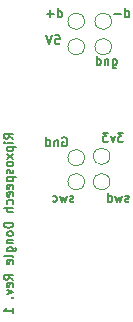
<source format=gbr>
%TF.GenerationSoftware,KiCad,Pcbnew,7.0.9*%
%TF.CreationDate,2024-01-15T07:30:31+01:00*%
%TF.ProjectId,usb_dongle_hw,7573625f-646f-46e6-976c-655f68772e6b,rev?*%
%TF.SameCoordinates,Original*%
%TF.FileFunction,Legend,Bot*%
%TF.FilePolarity,Positive*%
%FSLAX46Y46*%
G04 Gerber Fmt 4.6, Leading zero omitted, Abs format (unit mm)*
G04 Created by KiCad (PCBNEW 7.0.9) date 2024-01-15 07:30:31*
%MOMM*%
%LPD*%
G01*
G04 APERTURE LIST*
%ADD10C,0.150000*%
%ADD11C,0.120000*%
%ADD12O,0.800000X2.300000*%
%ADD13C,1.000000*%
G04 APERTURE END LIST*
D10*
X81836173Y-111291414D02*
X81371887Y-111291414D01*
X81371887Y-111291414D02*
X81621887Y-111577128D01*
X81621887Y-111577128D02*
X81514744Y-111577128D01*
X81514744Y-111577128D02*
X81443316Y-111612842D01*
X81443316Y-111612842D02*
X81407601Y-111648557D01*
X81407601Y-111648557D02*
X81371887Y-111719985D01*
X81371887Y-111719985D02*
X81371887Y-111898557D01*
X81371887Y-111898557D02*
X81407601Y-111969985D01*
X81407601Y-111969985D02*
X81443316Y-112005700D01*
X81443316Y-112005700D02*
X81514744Y-112041414D01*
X81514744Y-112041414D02*
X81729030Y-112041414D01*
X81729030Y-112041414D02*
X81800458Y-112005700D01*
X81800458Y-112005700D02*
X81836173Y-111969985D01*
X81121887Y-111541414D02*
X80943315Y-112041414D01*
X80943315Y-112041414D02*
X80764744Y-111541414D01*
X80550458Y-111291414D02*
X80086172Y-111291414D01*
X80086172Y-111291414D02*
X80336172Y-111577128D01*
X80336172Y-111577128D02*
X80229029Y-111577128D01*
X80229029Y-111577128D02*
X80157601Y-111612842D01*
X80157601Y-111612842D02*
X80121886Y-111648557D01*
X80121886Y-111648557D02*
X80086172Y-111719985D01*
X80086172Y-111719985D02*
X80086172Y-111898557D01*
X80086172Y-111898557D02*
X80121886Y-111969985D01*
X80121886Y-111969985D02*
X80157601Y-112005700D01*
X80157601Y-112005700D02*
X80229029Y-112041414D01*
X80229029Y-112041414D02*
X80443315Y-112041414D01*
X80443315Y-112041414D02*
X80514743Y-112005700D01*
X80514743Y-112005700D02*
X80550458Y-111969985D01*
X76073601Y-103036414D02*
X76430744Y-103036414D01*
X76430744Y-103036414D02*
X76466458Y-103393557D01*
X76466458Y-103393557D02*
X76430744Y-103357842D01*
X76430744Y-103357842D02*
X76359316Y-103322128D01*
X76359316Y-103322128D02*
X76180744Y-103322128D01*
X76180744Y-103322128D02*
X76109316Y-103357842D01*
X76109316Y-103357842D02*
X76073601Y-103393557D01*
X76073601Y-103393557D02*
X76037887Y-103464985D01*
X76037887Y-103464985D02*
X76037887Y-103643557D01*
X76037887Y-103643557D02*
X76073601Y-103714985D01*
X76073601Y-103714985D02*
X76109316Y-103750700D01*
X76109316Y-103750700D02*
X76180744Y-103786414D01*
X76180744Y-103786414D02*
X76359316Y-103786414D01*
X76359316Y-103786414D02*
X76430744Y-103750700D01*
X76430744Y-103750700D02*
X76466458Y-103714985D01*
X75823601Y-103036414D02*
X75573601Y-103786414D01*
X75573601Y-103786414D02*
X75323601Y-103036414D01*
X76312516Y-101500414D02*
X76312516Y-100750414D01*
X76312516Y-101464700D02*
X76383944Y-101500414D01*
X76383944Y-101500414D02*
X76526801Y-101500414D01*
X76526801Y-101500414D02*
X76598230Y-101464700D01*
X76598230Y-101464700D02*
X76633944Y-101428985D01*
X76633944Y-101428985D02*
X76669658Y-101357557D01*
X76669658Y-101357557D02*
X76669658Y-101143271D01*
X76669658Y-101143271D02*
X76633944Y-101071842D01*
X76633944Y-101071842D02*
X76598230Y-101036128D01*
X76598230Y-101036128D02*
X76526801Y-101000414D01*
X76526801Y-101000414D02*
X76383944Y-101000414D01*
X76383944Y-101000414D02*
X76312516Y-101036128D01*
X75955373Y-101214700D02*
X75383945Y-101214700D01*
X75669659Y-101500414D02*
X75669659Y-100928985D01*
X82002116Y-101500414D02*
X82002116Y-100750414D01*
X82002116Y-101464700D02*
X82073544Y-101500414D01*
X82073544Y-101500414D02*
X82216401Y-101500414D01*
X82216401Y-101500414D02*
X82287830Y-101464700D01*
X82287830Y-101464700D02*
X82323544Y-101428985D01*
X82323544Y-101428985D02*
X82359258Y-101357557D01*
X82359258Y-101357557D02*
X82359258Y-101143271D01*
X82359258Y-101143271D02*
X82323544Y-101071842D01*
X82323544Y-101071842D02*
X82287830Y-101036128D01*
X82287830Y-101036128D02*
X82216401Y-101000414D01*
X82216401Y-101000414D02*
X82073544Y-101000414D01*
X82073544Y-101000414D02*
X82002116Y-101036128D01*
X81644973Y-101214700D02*
X81073545Y-101214700D01*
X72493614Y-111805426D02*
X72136471Y-111555426D01*
X72493614Y-111376855D02*
X71743614Y-111376855D01*
X71743614Y-111376855D02*
X71743614Y-111662569D01*
X71743614Y-111662569D02*
X71779328Y-111733998D01*
X71779328Y-111733998D02*
X71815042Y-111769712D01*
X71815042Y-111769712D02*
X71886471Y-111805426D01*
X71886471Y-111805426D02*
X71993614Y-111805426D01*
X71993614Y-111805426D02*
X72065042Y-111769712D01*
X72065042Y-111769712D02*
X72100757Y-111733998D01*
X72100757Y-111733998D02*
X72136471Y-111662569D01*
X72136471Y-111662569D02*
X72136471Y-111376855D01*
X72493614Y-112126855D02*
X71993614Y-112126855D01*
X71743614Y-112126855D02*
X71779328Y-112091141D01*
X71779328Y-112091141D02*
X71815042Y-112126855D01*
X71815042Y-112126855D02*
X71779328Y-112162569D01*
X71779328Y-112162569D02*
X71743614Y-112126855D01*
X71743614Y-112126855D02*
X71815042Y-112126855D01*
X71993614Y-112483998D02*
X72743614Y-112483998D01*
X72029328Y-112483998D02*
X71993614Y-112555427D01*
X71993614Y-112555427D02*
X71993614Y-112698284D01*
X71993614Y-112698284D02*
X72029328Y-112769712D01*
X72029328Y-112769712D02*
X72065042Y-112805427D01*
X72065042Y-112805427D02*
X72136471Y-112841141D01*
X72136471Y-112841141D02*
X72350757Y-112841141D01*
X72350757Y-112841141D02*
X72422185Y-112805427D01*
X72422185Y-112805427D02*
X72457900Y-112769712D01*
X72457900Y-112769712D02*
X72493614Y-112698284D01*
X72493614Y-112698284D02*
X72493614Y-112555427D01*
X72493614Y-112555427D02*
X72457900Y-112483998D01*
X72493614Y-113091140D02*
X71993614Y-113483998D01*
X71993614Y-113091140D02*
X72493614Y-113483998D01*
X72493614Y-113876855D02*
X72457900Y-113805426D01*
X72457900Y-113805426D02*
X72422185Y-113769712D01*
X72422185Y-113769712D02*
X72350757Y-113733998D01*
X72350757Y-113733998D02*
X72136471Y-113733998D01*
X72136471Y-113733998D02*
X72065042Y-113769712D01*
X72065042Y-113769712D02*
X72029328Y-113805426D01*
X72029328Y-113805426D02*
X71993614Y-113876855D01*
X71993614Y-113876855D02*
X71993614Y-113983998D01*
X71993614Y-113983998D02*
X72029328Y-114055426D01*
X72029328Y-114055426D02*
X72065042Y-114091141D01*
X72065042Y-114091141D02*
X72136471Y-114126855D01*
X72136471Y-114126855D02*
X72350757Y-114126855D01*
X72350757Y-114126855D02*
X72422185Y-114091141D01*
X72422185Y-114091141D02*
X72457900Y-114055426D01*
X72457900Y-114055426D02*
X72493614Y-113983998D01*
X72493614Y-113983998D02*
X72493614Y-113876855D01*
X72457900Y-114412569D02*
X72493614Y-114483997D01*
X72493614Y-114483997D02*
X72493614Y-114626854D01*
X72493614Y-114626854D02*
X72457900Y-114698283D01*
X72457900Y-114698283D02*
X72386471Y-114733997D01*
X72386471Y-114733997D02*
X72350757Y-114733997D01*
X72350757Y-114733997D02*
X72279328Y-114698283D01*
X72279328Y-114698283D02*
X72243614Y-114626854D01*
X72243614Y-114626854D02*
X72243614Y-114519712D01*
X72243614Y-114519712D02*
X72207900Y-114448283D01*
X72207900Y-114448283D02*
X72136471Y-114412569D01*
X72136471Y-114412569D02*
X72100757Y-114412569D01*
X72100757Y-114412569D02*
X72029328Y-114448283D01*
X72029328Y-114448283D02*
X71993614Y-114519712D01*
X71993614Y-114519712D02*
X71993614Y-114626854D01*
X71993614Y-114626854D02*
X72029328Y-114698283D01*
X71993614Y-115055426D02*
X72743614Y-115055426D01*
X72029328Y-115055426D02*
X71993614Y-115126855D01*
X71993614Y-115126855D02*
X71993614Y-115269712D01*
X71993614Y-115269712D02*
X72029328Y-115341140D01*
X72029328Y-115341140D02*
X72065042Y-115376855D01*
X72065042Y-115376855D02*
X72136471Y-115412569D01*
X72136471Y-115412569D02*
X72350757Y-115412569D01*
X72350757Y-115412569D02*
X72422185Y-115376855D01*
X72422185Y-115376855D02*
X72457900Y-115341140D01*
X72457900Y-115341140D02*
X72493614Y-115269712D01*
X72493614Y-115269712D02*
X72493614Y-115126855D01*
X72493614Y-115126855D02*
X72457900Y-115055426D01*
X72457900Y-116019711D02*
X72493614Y-115948283D01*
X72493614Y-115948283D02*
X72493614Y-115805426D01*
X72493614Y-115805426D02*
X72457900Y-115733997D01*
X72457900Y-115733997D02*
X72386471Y-115698283D01*
X72386471Y-115698283D02*
X72100757Y-115698283D01*
X72100757Y-115698283D02*
X72029328Y-115733997D01*
X72029328Y-115733997D02*
X71993614Y-115805426D01*
X71993614Y-115805426D02*
X71993614Y-115948283D01*
X71993614Y-115948283D02*
X72029328Y-116019711D01*
X72029328Y-116019711D02*
X72100757Y-116055426D01*
X72100757Y-116055426D02*
X72172185Y-116055426D01*
X72172185Y-116055426D02*
X72243614Y-115698283D01*
X72457900Y-116662568D02*
X72493614Y-116591140D01*
X72493614Y-116591140D02*
X72493614Y-116448283D01*
X72493614Y-116448283D02*
X72457900Y-116376854D01*
X72457900Y-116376854D02*
X72386471Y-116341140D01*
X72386471Y-116341140D02*
X72100757Y-116341140D01*
X72100757Y-116341140D02*
X72029328Y-116376854D01*
X72029328Y-116376854D02*
X71993614Y-116448283D01*
X71993614Y-116448283D02*
X71993614Y-116591140D01*
X71993614Y-116591140D02*
X72029328Y-116662568D01*
X72029328Y-116662568D02*
X72100757Y-116698283D01*
X72100757Y-116698283D02*
X72172185Y-116698283D01*
X72172185Y-116698283D02*
X72243614Y-116341140D01*
X72457900Y-117341140D02*
X72493614Y-117269711D01*
X72493614Y-117269711D02*
X72493614Y-117126854D01*
X72493614Y-117126854D02*
X72457900Y-117055425D01*
X72457900Y-117055425D02*
X72422185Y-117019711D01*
X72422185Y-117019711D02*
X72350757Y-116983997D01*
X72350757Y-116983997D02*
X72136471Y-116983997D01*
X72136471Y-116983997D02*
X72065042Y-117019711D01*
X72065042Y-117019711D02*
X72029328Y-117055425D01*
X72029328Y-117055425D02*
X71993614Y-117126854D01*
X71993614Y-117126854D02*
X71993614Y-117269711D01*
X71993614Y-117269711D02*
X72029328Y-117341140D01*
X72493614Y-117662568D02*
X71743614Y-117662568D01*
X72493614Y-117983997D02*
X72100757Y-117983997D01*
X72100757Y-117983997D02*
X72029328Y-117948282D01*
X72029328Y-117948282D02*
X71993614Y-117876854D01*
X71993614Y-117876854D02*
X71993614Y-117769711D01*
X71993614Y-117769711D02*
X72029328Y-117698282D01*
X72029328Y-117698282D02*
X72065042Y-117662568D01*
X72493614Y-118912568D02*
X71743614Y-118912568D01*
X71743614Y-118912568D02*
X71743614Y-119091139D01*
X71743614Y-119091139D02*
X71779328Y-119198282D01*
X71779328Y-119198282D02*
X71850757Y-119269711D01*
X71850757Y-119269711D02*
X71922185Y-119305425D01*
X71922185Y-119305425D02*
X72065042Y-119341139D01*
X72065042Y-119341139D02*
X72172185Y-119341139D01*
X72172185Y-119341139D02*
X72315042Y-119305425D01*
X72315042Y-119305425D02*
X72386471Y-119269711D01*
X72386471Y-119269711D02*
X72457900Y-119198282D01*
X72457900Y-119198282D02*
X72493614Y-119091139D01*
X72493614Y-119091139D02*
X72493614Y-118912568D01*
X72493614Y-119769711D02*
X72457900Y-119698282D01*
X72457900Y-119698282D02*
X72422185Y-119662568D01*
X72422185Y-119662568D02*
X72350757Y-119626854D01*
X72350757Y-119626854D02*
X72136471Y-119626854D01*
X72136471Y-119626854D02*
X72065042Y-119662568D01*
X72065042Y-119662568D02*
X72029328Y-119698282D01*
X72029328Y-119698282D02*
X71993614Y-119769711D01*
X71993614Y-119769711D02*
X71993614Y-119876854D01*
X71993614Y-119876854D02*
X72029328Y-119948282D01*
X72029328Y-119948282D02*
X72065042Y-119983997D01*
X72065042Y-119983997D02*
X72136471Y-120019711D01*
X72136471Y-120019711D02*
X72350757Y-120019711D01*
X72350757Y-120019711D02*
X72422185Y-119983997D01*
X72422185Y-119983997D02*
X72457900Y-119948282D01*
X72457900Y-119948282D02*
X72493614Y-119876854D01*
X72493614Y-119876854D02*
X72493614Y-119769711D01*
X71993614Y-120341139D02*
X72493614Y-120341139D01*
X72065042Y-120341139D02*
X72029328Y-120376853D01*
X72029328Y-120376853D02*
X71993614Y-120448282D01*
X71993614Y-120448282D02*
X71993614Y-120555425D01*
X71993614Y-120555425D02*
X72029328Y-120626853D01*
X72029328Y-120626853D02*
X72100757Y-120662568D01*
X72100757Y-120662568D02*
X72493614Y-120662568D01*
X71993614Y-121341139D02*
X72600757Y-121341139D01*
X72600757Y-121341139D02*
X72672185Y-121305424D01*
X72672185Y-121305424D02*
X72707900Y-121269710D01*
X72707900Y-121269710D02*
X72743614Y-121198281D01*
X72743614Y-121198281D02*
X72743614Y-121091139D01*
X72743614Y-121091139D02*
X72707900Y-121019710D01*
X72457900Y-121341139D02*
X72493614Y-121269710D01*
X72493614Y-121269710D02*
X72493614Y-121126853D01*
X72493614Y-121126853D02*
X72457900Y-121055424D01*
X72457900Y-121055424D02*
X72422185Y-121019710D01*
X72422185Y-121019710D02*
X72350757Y-120983996D01*
X72350757Y-120983996D02*
X72136471Y-120983996D01*
X72136471Y-120983996D02*
X72065042Y-121019710D01*
X72065042Y-121019710D02*
X72029328Y-121055424D01*
X72029328Y-121055424D02*
X71993614Y-121126853D01*
X71993614Y-121126853D02*
X71993614Y-121269710D01*
X71993614Y-121269710D02*
X72029328Y-121341139D01*
X72493614Y-121805424D02*
X72457900Y-121733995D01*
X72457900Y-121733995D02*
X72386471Y-121698281D01*
X72386471Y-121698281D02*
X71743614Y-121698281D01*
X72457900Y-122376852D02*
X72493614Y-122305424D01*
X72493614Y-122305424D02*
X72493614Y-122162567D01*
X72493614Y-122162567D02*
X72457900Y-122091138D01*
X72457900Y-122091138D02*
X72386471Y-122055424D01*
X72386471Y-122055424D02*
X72100757Y-122055424D01*
X72100757Y-122055424D02*
X72029328Y-122091138D01*
X72029328Y-122091138D02*
X71993614Y-122162567D01*
X71993614Y-122162567D02*
X71993614Y-122305424D01*
X71993614Y-122305424D02*
X72029328Y-122376852D01*
X72029328Y-122376852D02*
X72100757Y-122412567D01*
X72100757Y-122412567D02*
X72172185Y-122412567D01*
X72172185Y-122412567D02*
X72243614Y-122055424D01*
X72493614Y-123733995D02*
X72136471Y-123483995D01*
X72493614Y-123305424D02*
X71743614Y-123305424D01*
X71743614Y-123305424D02*
X71743614Y-123591138D01*
X71743614Y-123591138D02*
X71779328Y-123662567D01*
X71779328Y-123662567D02*
X71815042Y-123698281D01*
X71815042Y-123698281D02*
X71886471Y-123733995D01*
X71886471Y-123733995D02*
X71993614Y-123733995D01*
X71993614Y-123733995D02*
X72065042Y-123698281D01*
X72065042Y-123698281D02*
X72100757Y-123662567D01*
X72100757Y-123662567D02*
X72136471Y-123591138D01*
X72136471Y-123591138D02*
X72136471Y-123305424D01*
X72457900Y-124341138D02*
X72493614Y-124269710D01*
X72493614Y-124269710D02*
X72493614Y-124126853D01*
X72493614Y-124126853D02*
X72457900Y-124055424D01*
X72457900Y-124055424D02*
X72386471Y-124019710D01*
X72386471Y-124019710D02*
X72100757Y-124019710D01*
X72100757Y-124019710D02*
X72029328Y-124055424D01*
X72029328Y-124055424D02*
X71993614Y-124126853D01*
X71993614Y-124126853D02*
X71993614Y-124269710D01*
X71993614Y-124269710D02*
X72029328Y-124341138D01*
X72029328Y-124341138D02*
X72100757Y-124376853D01*
X72100757Y-124376853D02*
X72172185Y-124376853D01*
X72172185Y-124376853D02*
X72243614Y-124019710D01*
X71993614Y-124626852D02*
X72493614Y-124805424D01*
X72493614Y-124805424D02*
X71993614Y-124983995D01*
X72422185Y-125269710D02*
X72457900Y-125305424D01*
X72457900Y-125305424D02*
X72493614Y-125269710D01*
X72493614Y-125269710D02*
X72457900Y-125233996D01*
X72457900Y-125233996D02*
X72422185Y-125269710D01*
X72422185Y-125269710D02*
X72493614Y-125269710D01*
X72493614Y-126591139D02*
X72493614Y-126162568D01*
X72493614Y-126376853D02*
X71743614Y-126376853D01*
X71743614Y-126376853D02*
X71850757Y-126305425D01*
X71850757Y-126305425D02*
X71922185Y-126233996D01*
X71922185Y-126233996D02*
X71957900Y-126162568D01*
X76672887Y-111708128D02*
X76744316Y-111672414D01*
X76744316Y-111672414D02*
X76851458Y-111672414D01*
X76851458Y-111672414D02*
X76958601Y-111708128D01*
X76958601Y-111708128D02*
X77030030Y-111779557D01*
X77030030Y-111779557D02*
X77065744Y-111850985D01*
X77065744Y-111850985D02*
X77101458Y-111993842D01*
X77101458Y-111993842D02*
X77101458Y-112100985D01*
X77101458Y-112100985D02*
X77065744Y-112243842D01*
X77065744Y-112243842D02*
X77030030Y-112315271D01*
X77030030Y-112315271D02*
X76958601Y-112386700D01*
X76958601Y-112386700D02*
X76851458Y-112422414D01*
X76851458Y-112422414D02*
X76780030Y-112422414D01*
X76780030Y-112422414D02*
X76672887Y-112386700D01*
X76672887Y-112386700D02*
X76637173Y-112350985D01*
X76637173Y-112350985D02*
X76637173Y-112100985D01*
X76637173Y-112100985D02*
X76780030Y-112100985D01*
X76315744Y-111922414D02*
X76315744Y-112422414D01*
X76315744Y-111993842D02*
X76280030Y-111958128D01*
X76280030Y-111958128D02*
X76208601Y-111922414D01*
X76208601Y-111922414D02*
X76101458Y-111922414D01*
X76101458Y-111922414D02*
X76030030Y-111958128D01*
X76030030Y-111958128D02*
X75994316Y-112029557D01*
X75994316Y-112029557D02*
X75994316Y-112422414D01*
X75315745Y-112422414D02*
X75315745Y-111672414D01*
X75315745Y-112386700D02*
X75387173Y-112422414D01*
X75387173Y-112422414D02*
X75530030Y-112422414D01*
X75530030Y-112422414D02*
X75601459Y-112386700D01*
X75601459Y-112386700D02*
X75637173Y-112350985D01*
X75637173Y-112350985D02*
X75672887Y-112279557D01*
X75672887Y-112279557D02*
X75672887Y-112065271D01*
X75672887Y-112065271D02*
X75637173Y-111993842D01*
X75637173Y-111993842D02*
X75601459Y-111958128D01*
X75601459Y-111958128D02*
X75530030Y-111922414D01*
X75530030Y-111922414D02*
X75387173Y-111922414D01*
X75387173Y-111922414D02*
X75315745Y-111958128D01*
X82308458Y-117085700D02*
X82237030Y-117121414D01*
X82237030Y-117121414D02*
X82094173Y-117121414D01*
X82094173Y-117121414D02*
X82022744Y-117085700D01*
X82022744Y-117085700D02*
X81987030Y-117014271D01*
X81987030Y-117014271D02*
X81987030Y-116978557D01*
X81987030Y-116978557D02*
X82022744Y-116907128D01*
X82022744Y-116907128D02*
X82094173Y-116871414D01*
X82094173Y-116871414D02*
X82201316Y-116871414D01*
X82201316Y-116871414D02*
X82272744Y-116835700D01*
X82272744Y-116835700D02*
X82308458Y-116764271D01*
X82308458Y-116764271D02*
X82308458Y-116728557D01*
X82308458Y-116728557D02*
X82272744Y-116657128D01*
X82272744Y-116657128D02*
X82201316Y-116621414D01*
X82201316Y-116621414D02*
X82094173Y-116621414D01*
X82094173Y-116621414D02*
X82022744Y-116657128D01*
X81737030Y-116621414D02*
X81594173Y-117121414D01*
X81594173Y-117121414D02*
X81451315Y-116764271D01*
X81451315Y-116764271D02*
X81308458Y-117121414D01*
X81308458Y-117121414D02*
X81165601Y-116621414D01*
X80558459Y-117121414D02*
X80558459Y-116371414D01*
X80558459Y-117085700D02*
X80629887Y-117121414D01*
X80629887Y-117121414D02*
X80772744Y-117121414D01*
X80772744Y-117121414D02*
X80844173Y-117085700D01*
X80844173Y-117085700D02*
X80879887Y-117049985D01*
X80879887Y-117049985D02*
X80915601Y-116978557D01*
X80915601Y-116978557D02*
X80915601Y-116764271D01*
X80915601Y-116764271D02*
X80879887Y-116692842D01*
X80879887Y-116692842D02*
X80844173Y-116657128D01*
X80844173Y-116657128D02*
X80772744Y-116621414D01*
X80772744Y-116621414D02*
X80629887Y-116621414D01*
X80629887Y-116621414D02*
X80558459Y-116657128D01*
X80935316Y-105064414D02*
X80935316Y-105671557D01*
X80935316Y-105671557D02*
X80971030Y-105742985D01*
X80971030Y-105742985D02*
X81006744Y-105778700D01*
X81006744Y-105778700D02*
X81078173Y-105814414D01*
X81078173Y-105814414D02*
X81185316Y-105814414D01*
X81185316Y-105814414D02*
X81256744Y-105778700D01*
X80935316Y-105528700D02*
X81006744Y-105564414D01*
X81006744Y-105564414D02*
X81149601Y-105564414D01*
X81149601Y-105564414D02*
X81221030Y-105528700D01*
X81221030Y-105528700D02*
X81256744Y-105492985D01*
X81256744Y-105492985D02*
X81292458Y-105421557D01*
X81292458Y-105421557D02*
X81292458Y-105207271D01*
X81292458Y-105207271D02*
X81256744Y-105135842D01*
X81256744Y-105135842D02*
X81221030Y-105100128D01*
X81221030Y-105100128D02*
X81149601Y-105064414D01*
X81149601Y-105064414D02*
X81006744Y-105064414D01*
X81006744Y-105064414D02*
X80935316Y-105100128D01*
X80578173Y-105064414D02*
X80578173Y-105564414D01*
X80578173Y-105135842D02*
X80542459Y-105100128D01*
X80542459Y-105100128D02*
X80471030Y-105064414D01*
X80471030Y-105064414D02*
X80363887Y-105064414D01*
X80363887Y-105064414D02*
X80292459Y-105100128D01*
X80292459Y-105100128D02*
X80256745Y-105171557D01*
X80256745Y-105171557D02*
X80256745Y-105564414D01*
X79578174Y-105564414D02*
X79578174Y-104814414D01*
X79578174Y-105528700D02*
X79649602Y-105564414D01*
X79649602Y-105564414D02*
X79792459Y-105564414D01*
X79792459Y-105564414D02*
X79863888Y-105528700D01*
X79863888Y-105528700D02*
X79899602Y-105492985D01*
X79899602Y-105492985D02*
X79935316Y-105421557D01*
X79935316Y-105421557D02*
X79935316Y-105207271D01*
X79935316Y-105207271D02*
X79899602Y-105135842D01*
X79899602Y-105135842D02*
X79863888Y-105100128D01*
X79863888Y-105100128D02*
X79792459Y-105064414D01*
X79792459Y-105064414D02*
X79649602Y-105064414D01*
X79649602Y-105064414D02*
X79578174Y-105100128D01*
X77609458Y-117085700D02*
X77538030Y-117121414D01*
X77538030Y-117121414D02*
X77395173Y-117121414D01*
X77395173Y-117121414D02*
X77323744Y-117085700D01*
X77323744Y-117085700D02*
X77288030Y-117014271D01*
X77288030Y-117014271D02*
X77288030Y-116978557D01*
X77288030Y-116978557D02*
X77323744Y-116907128D01*
X77323744Y-116907128D02*
X77395173Y-116871414D01*
X77395173Y-116871414D02*
X77502316Y-116871414D01*
X77502316Y-116871414D02*
X77573744Y-116835700D01*
X77573744Y-116835700D02*
X77609458Y-116764271D01*
X77609458Y-116764271D02*
X77609458Y-116728557D01*
X77609458Y-116728557D02*
X77573744Y-116657128D01*
X77573744Y-116657128D02*
X77502316Y-116621414D01*
X77502316Y-116621414D02*
X77395173Y-116621414D01*
X77395173Y-116621414D02*
X77323744Y-116657128D01*
X77038030Y-116621414D02*
X76895173Y-117121414D01*
X76895173Y-117121414D02*
X76752315Y-116764271D01*
X76752315Y-116764271D02*
X76609458Y-117121414D01*
X76609458Y-117121414D02*
X76466601Y-116621414D01*
X75859459Y-117085700D02*
X75930887Y-117121414D01*
X75930887Y-117121414D02*
X76073744Y-117121414D01*
X76073744Y-117121414D02*
X76145173Y-117085700D01*
X76145173Y-117085700D02*
X76180887Y-117049985D01*
X76180887Y-117049985D02*
X76216601Y-116978557D01*
X76216601Y-116978557D02*
X76216601Y-116764271D01*
X76216601Y-116764271D02*
X76180887Y-116692842D01*
X76180887Y-116692842D02*
X76145173Y-116657128D01*
X76145173Y-116657128D02*
X76073744Y-116621414D01*
X76073744Y-116621414D02*
X75930887Y-116621414D01*
X75930887Y-116621414D02*
X75859459Y-116657128D01*
D11*
%TO.C,TP6*%
X80837000Y-101854000D02*
G75*
G03*
X80837000Y-101854000I-700000J0D01*
G01*
%TO.C,TP2*%
X80837000Y-104013000D02*
G75*
G03*
X80837000Y-104013000I-700000J0D01*
G01*
%TO.C,TP7*%
X78551000Y-104013000D02*
G75*
G03*
X78551000Y-104013000I-700000J0D01*
G01*
%TO.C,TP8*%
X78551000Y-113411000D02*
G75*
G03*
X78551000Y-113411000I-700000J0D01*
G01*
%TO.C,TP5*%
X78551000Y-101854000D02*
G75*
G03*
X78551000Y-101854000I-700000J0D01*
G01*
%TO.C,TP3*%
X80710000Y-115443000D02*
G75*
G03*
X80710000Y-115443000I-700000J0D01*
G01*
%TO.C,TP1*%
X80710000Y-113284000D02*
G75*
G03*
X80710000Y-113284000I-700000J0D01*
G01*
%TO.C,TP4*%
X78551000Y-115443000D02*
G75*
G03*
X78551000Y-115443000I-700000J0D01*
G01*
%TD*%
%LPC*%
D12*
%TO.C,J1*%
X81745000Y-102708000D03*
X73195000Y-102708000D03*
%TD*%
D13*
%TO.C,TP6*%
X80137000Y-101854000D03*
%TD*%
%TO.C,TP2*%
X80137000Y-104013000D03*
%TD*%
%TO.C,TP7*%
X77851000Y-104013000D03*
%TD*%
%TO.C,TP8*%
X77851000Y-113411000D03*
%TD*%
%TO.C,TP5*%
X77851000Y-101854000D03*
%TD*%
%TO.C,TP3*%
X80010000Y-115443000D03*
%TD*%
%TO.C,TP1*%
X80010000Y-113284000D03*
%TD*%
%TO.C,TP4*%
X77851000Y-115443000D03*
%TD*%
%LPD*%
M02*

</source>
